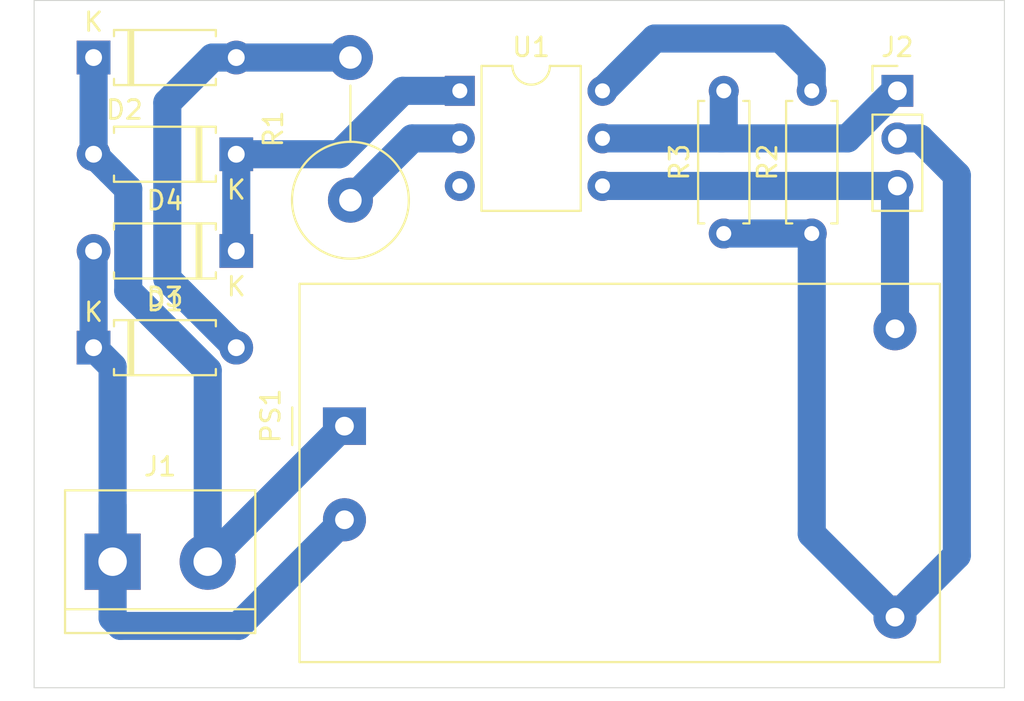
<source format=kicad_pcb>
(kicad_pcb (version 20171130) (host pcbnew 5.1.5+dfsg1-2build2)

  (general
    (thickness 1.6)
    (drawings 4)
    (tracks 47)
    (zones 0)
    (modules 11)
    (nets 11)
  )

  (page A4)
  (layers
    (0 F.Cu signal)
    (31 B.Cu signal)
    (32 B.Adhes user)
    (33 F.Adhes user)
    (34 B.Paste user)
    (35 F.Paste user)
    (36 B.SilkS user)
    (37 F.SilkS user)
    (38 B.Mask user)
    (39 F.Mask user)
    (40 Dwgs.User user)
    (41 Cmts.User user)
    (42 Eco1.User user)
    (43 Eco2.User user)
    (44 Edge.Cuts user)
    (45 Margin user)
    (46 B.CrtYd user)
    (47 F.CrtYd user)
    (48 B.Fab user)
    (49 F.Fab user)
  )

  (setup
    (last_trace_width 1.5)
    (user_trace_width 1.5)
    (trace_clearance 0.2)
    (zone_clearance 0.508)
    (zone_45_only no)
    (trace_min 0.2)
    (via_size 0.8)
    (via_drill 0.4)
    (via_min_size 0.4)
    (via_min_drill 0.3)
    (uvia_size 0.3)
    (uvia_drill 0.1)
    (uvias_allowed no)
    (uvia_min_size 0.2)
    (uvia_min_drill 0.1)
    (edge_width 0.05)
    (segment_width 0.2)
    (pcb_text_width 0.3)
    (pcb_text_size 1.5 1.5)
    (mod_edge_width 0.12)
    (mod_text_size 1 1)
    (mod_text_width 0.15)
    (pad_size 1.524 1.524)
    (pad_drill 0.762)
    (pad_to_mask_clearance 0.051)
    (solder_mask_min_width 0.25)
    (aux_axis_origin 0 0)
    (visible_elements FFFFFF7F)
    (pcbplotparams
      (layerselection 0x010fc_ffffffff)
      (usegerberextensions false)
      (usegerberattributes false)
      (usegerberadvancedattributes false)
      (creategerberjobfile false)
      (excludeedgelayer true)
      (linewidth 0.100000)
      (plotframeref false)
      (viasonmask false)
      (mode 1)
      (useauxorigin false)
      (hpglpennumber 1)
      (hpglpenspeed 20)
      (hpglpendiameter 15.000000)
      (psnegative false)
      (psa4output false)
      (plotreference true)
      (plotvalue true)
      (plotinvisibletext false)
      (padsonsilk false)
      (subtractmaskfromsilk false)
      (outputformat 1)
      (mirror false)
      (drillshape 1)
      (scaleselection 1)
      (outputdirectory ""))
  )

  (net 0 "")
  (net 1 "Net-(D1-Pad2)")
  (net 2 "Net-(D1-Pad1)")
  (net 3 "Net-(D2-Pad1)")
  (net 4 "Net-(D3-Pad1)")
  (net 5 GND)
  (net 6 Sense)
  (net 7 +3V3)
  (net 8 "Net-(R1-Pad1)")
  (net 9 "Net-(R2-Pad2)")
  (net 10 "Net-(U1-Pad3)")

  (net_class Default "This is the default net class."
    (clearance 0.2)
    (trace_width 0.25)
    (via_dia 0.8)
    (via_drill 0.4)
    (uvia_dia 0.3)
    (uvia_drill 0.1)
    (add_net +3V3)
    (add_net GND)
    (add_net "Net-(D1-Pad1)")
    (add_net "Net-(D1-Pad2)")
    (add_net "Net-(D2-Pad1)")
    (add_net "Net-(D3-Pad1)")
    (add_net "Net-(R1-Pad1)")
    (add_net "Net-(R2-Pad2)")
    (add_net "Net-(U1-Pad3)")
    (add_net Sense)
  )

  (module Resistor_THT:R_Axial_DIN0617_L17.0mm_D6.0mm_P7.62mm_Vertical (layer F.Cu) (tedit 5AE5139B) (tstamp 61059F2C)
    (at 133.35 96.012 90)
    (descr "Resistor, Axial_DIN0617 series, Axial, Vertical, pin pitch=7.62mm, 2W, length*diameter=17*6mm^2, http://www.vishay.com/docs/20128/wkxwrx.pdf")
    (tags "Resistor Axial_DIN0617 series Axial Vertical pin pitch 7.62mm 2W length 17mm diameter 6mm")
    (path /610617CD)
    (fp_text reference R1 (at 3.81 -4.12 90) (layer F.SilkS)
      (effects (font (size 1 1) (thickness 0.15)))
    )
    (fp_text value 15K (at 3.81 4.12 90) (layer F.Fab)
      (effects (font (size 1 1) (thickness 0.15)))
    )
    (fp_text user %R (at 0 -1.7 90) (layer F.Fab)
      (effects (font (size 1 1) (thickness 0.15)))
    )
    (fp_line (start 9.07 -3.25) (end -3.25 -3.25) (layer F.CrtYd) (width 0.05))
    (fp_line (start 9.07 3.25) (end 9.07 -3.25) (layer F.CrtYd) (width 0.05))
    (fp_line (start -3.25 3.25) (end 9.07 3.25) (layer F.CrtYd) (width 0.05))
    (fp_line (start -3.25 -3.25) (end -3.25 3.25) (layer F.CrtYd) (width 0.05))
    (fp_line (start 3.12 0) (end 6.12 0) (layer F.SilkS) (width 0.12))
    (fp_line (start 0 0) (end 7.62 0) (layer F.Fab) (width 0.1))
    (fp_circle (center 0 0) (end 3.12 0) (layer F.SilkS) (width 0.12))
    (fp_circle (center 0 0) (end 3 0) (layer F.Fab) (width 0.1))
    (pad 2 thru_hole oval (at 7.62 0 90) (size 2.4 2.4) (drill 1.2) (layers *.Cu *.Mask)
      (net 1 "Net-(D1-Pad2)"))
    (pad 1 thru_hole circle (at 0 0 90) (size 2.4 2.4) (drill 1.2) (layers *.Cu *.Mask)
      (net 8 "Net-(R1-Pad1)"))
    (model ${KISYS3DMOD}/Resistor_THT.3dshapes/R_Axial_DIN0617_L17.0mm_D6.0mm_P7.62mm_Vertical.wrl
      (at (xyz 0 0 0))
      (scale (xyz 1 1 1))
      (rotate (xyz 0 0 0))
    )
  )

  (module Converter_ACDC:Converter_ACDC_HiLink_HLK-PMxx (layer F.Cu) (tedit 5C1AC1CD) (tstamp 6105BAC8)
    (at 133.033 108.077)
    (descr "ACDC-Converter, 3W, HiLink, HLK-PMxx, THT, http://www.hlktech.net/product_detail.php?ProId=54")
    (tags "ACDC-Converter 3W THT HiLink board mount module")
    (path /6105BF99)
    (fp_text reference PS1 (at -3.94 -0.55 90) (layer F.SilkS)
      (effects (font (size 1 1) (thickness 0.15)))
    )
    (fp_text value HLK-PM03 (at 15.79 13.85) (layer F.Fab)
      (effects (font (size 1 1) (thickness 0.15)))
    )
    (fp_line (start -2.79 -1) (end -2.79 1.01) (layer F.SilkS) (width 0.12))
    (fp_line (start 31.8 -7.6) (end -2.4 -7.6) (layer F.SilkS) (width 0.12))
    (fp_line (start 31.8 12.6) (end 31.8 -7.6) (layer F.SilkS) (width 0.12))
    (fp_line (start -2.4 12.6) (end 31.8 12.6) (layer F.SilkS) (width 0.12))
    (fp_line (start -2.4 -7.6) (end -2.4 12.6) (layer F.SilkS) (width 0.12))
    (fp_line (start -2.55 -7.75) (end -2.55 12.75) (layer F.CrtYd) (width 0.05))
    (fp_line (start 31.95 -7.75) (end -2.55 -7.75) (layer F.CrtYd) (width 0.05))
    (fp_line (start 31.95 12.75) (end 31.95 -7.75) (layer F.CrtYd) (width 0.05))
    (fp_line (start -2.55 12.75) (end 31.95 12.75) (layer F.CrtYd) (width 0.05))
    (fp_line (start -2.3 -1) (end -2.3 -7.5) (layer F.Fab) (width 0.1))
    (fp_line (start -2.29 -1) (end -1.29 0) (layer F.Fab) (width 0.1))
    (fp_line (start -1.29 0) (end -2.29 1) (layer F.Fab) (width 0.1))
    (fp_text user %R (at 14.68 1.17) (layer F.Fab)
      (effects (font (size 1 1) (thickness 0.15)))
    )
    (fp_line (start -2.3 -7.5) (end 31.7 -7.5) (layer F.Fab) (width 0.1))
    (fp_line (start -2.3 12.5) (end -2.3 0.99) (layer F.Fab) (width 0.1))
    (fp_line (start 31.7 12.5) (end 31.7 -7.5) (layer F.Fab) (width 0.1))
    (fp_line (start -2.3 12.5) (end 31.7 12.5) (layer F.Fab) (width 0.1))
    (pad 4 thru_hole circle (at 29.4 10.2) (size 2.3 2.3) (drill 1) (layers *.Cu *.Mask)
      (net 7 +3V3))
    (pad 2 thru_hole circle (at 0 5) (size 2.3 2.3) (drill 1) (layers *.Cu *.Mask)
      (net 2 "Net-(D1-Pad1)"))
    (pad 1 thru_hole rect (at 0 0) (size 2.3 2) (drill 1) (layers *.Cu *.Mask)
      (net 3 "Net-(D2-Pad1)"))
    (pad 3 thru_hole circle (at 29.4 -5.2) (size 2.3 2.3) (drill 1) (layers *.Cu *.Mask)
      (net 5 GND))
    (model ${KISYS3DMOD}/Converter_ACDC.3dshapes/Converter_ACDC_HiLink_HLK-PMxx.wrl
      (at (xyz 0 0 0))
      (scale (xyz 1 1 1))
      (rotate (xyz 0 0 0))
    )
  )

  (module Package_DIP:DIP-6_W7.62mm (layer F.Cu) (tedit 5A02E8C5) (tstamp 61059F74)
    (at 139.192 90.17)
    (descr "6-lead though-hole mounted DIP package, row spacing 7.62 mm (300 mils)")
    (tags "THT DIP DIL PDIP 2.54mm 7.62mm 300mil")
    (path /6105F3B6)
    (fp_text reference U1 (at 3.81 -2.33) (layer F.SilkS)
      (effects (font (size 1 1) (thickness 0.15)))
    )
    (fp_text value 4N25 (at 3.81 7.41) (layer F.Fab)
      (effects (font (size 1 1) (thickness 0.15)))
    )
    (fp_text user %R (at 3.81 2.54) (layer F.Fab)
      (effects (font (size 1 1) (thickness 0.15)))
    )
    (fp_line (start 8.7 -1.55) (end -1.1 -1.55) (layer F.CrtYd) (width 0.05))
    (fp_line (start 8.7 6.6) (end 8.7 -1.55) (layer F.CrtYd) (width 0.05))
    (fp_line (start -1.1 6.6) (end 8.7 6.6) (layer F.CrtYd) (width 0.05))
    (fp_line (start -1.1 -1.55) (end -1.1 6.6) (layer F.CrtYd) (width 0.05))
    (fp_line (start 6.46 -1.33) (end 4.81 -1.33) (layer F.SilkS) (width 0.12))
    (fp_line (start 6.46 6.41) (end 6.46 -1.33) (layer F.SilkS) (width 0.12))
    (fp_line (start 1.16 6.41) (end 6.46 6.41) (layer F.SilkS) (width 0.12))
    (fp_line (start 1.16 -1.33) (end 1.16 6.41) (layer F.SilkS) (width 0.12))
    (fp_line (start 2.81 -1.33) (end 1.16 -1.33) (layer F.SilkS) (width 0.12))
    (fp_line (start 0.635 -0.27) (end 1.635 -1.27) (layer F.Fab) (width 0.1))
    (fp_line (start 0.635 6.35) (end 0.635 -0.27) (layer F.Fab) (width 0.1))
    (fp_line (start 6.985 6.35) (end 0.635 6.35) (layer F.Fab) (width 0.1))
    (fp_line (start 6.985 -1.27) (end 6.985 6.35) (layer F.Fab) (width 0.1))
    (fp_line (start 1.635 -1.27) (end 6.985 -1.27) (layer F.Fab) (width 0.1))
    (fp_arc (start 3.81 -1.33) (end 2.81 -1.33) (angle -180) (layer F.SilkS) (width 0.12))
    (pad 6 thru_hole oval (at 7.62 0) (size 1.6 1.6) (drill 0.8) (layers *.Cu *.Mask)
      (net 9 "Net-(R2-Pad2)"))
    (pad 3 thru_hole oval (at 0 5.08) (size 1.6 1.6) (drill 0.8) (layers *.Cu *.Mask)
      (net 10 "Net-(U1-Pad3)"))
    (pad 5 thru_hole oval (at 7.62 2.54) (size 1.6 1.6) (drill 0.8) (layers *.Cu *.Mask)
      (net 6 Sense))
    (pad 2 thru_hole oval (at 0 2.54) (size 1.6 1.6) (drill 0.8) (layers *.Cu *.Mask)
      (net 8 "Net-(R1-Pad1)"))
    (pad 4 thru_hole oval (at 7.62 5.08) (size 1.6 1.6) (drill 0.8) (layers *.Cu *.Mask)
      (net 5 GND))
    (pad 1 thru_hole rect (at 0 0) (size 1.6 1.6) (drill 0.8) (layers *.Cu *.Mask)
      (net 4 "Net-(D3-Pad1)"))
    (model ${KISYS3DMOD}/Package_DIP.3dshapes/DIP-6_W7.62mm.wrl
      (at (xyz 0 0 0))
      (scale (xyz 1 1 1))
      (rotate (xyz 0 0 0))
    )
  )

  (module Resistor_THT:R_Axial_DIN0207_L6.3mm_D2.5mm_P7.62mm_Horizontal (layer F.Cu) (tedit 5AE5139B) (tstamp 61059F5A)
    (at 153.289 97.79 90)
    (descr "Resistor, Axial_DIN0207 series, Axial, Horizontal, pin pitch=7.62mm, 0.25W = 1/4W, length*diameter=6.3*2.5mm^2, http://cdn-reichelt.de/documents/datenblatt/B400/1_4W%23YAG.pdf")
    (tags "Resistor Axial_DIN0207 series Axial Horizontal pin pitch 7.62mm 0.25W = 1/4W length 6.3mm diameter 2.5mm")
    (path /6107A2D6)
    (fp_text reference R3 (at 3.81 -2.37 90) (layer F.SilkS)
      (effects (font (size 1 1) (thickness 0.15)))
    )
    (fp_text value R (at 3.81 2.37 90) (layer F.Fab)
      (effects (font (size 1 1) (thickness 0.15)))
    )
    (fp_text user %R (at 3.81 0 90) (layer F.Fab)
      (effects (font (size 1 1) (thickness 0.15)))
    )
    (fp_line (start 8.67 -1.5) (end -1.05 -1.5) (layer F.CrtYd) (width 0.05))
    (fp_line (start 8.67 1.5) (end 8.67 -1.5) (layer F.CrtYd) (width 0.05))
    (fp_line (start -1.05 1.5) (end 8.67 1.5) (layer F.CrtYd) (width 0.05))
    (fp_line (start -1.05 -1.5) (end -1.05 1.5) (layer F.CrtYd) (width 0.05))
    (fp_line (start 7.08 1.37) (end 7.08 1.04) (layer F.SilkS) (width 0.12))
    (fp_line (start 0.54 1.37) (end 7.08 1.37) (layer F.SilkS) (width 0.12))
    (fp_line (start 0.54 1.04) (end 0.54 1.37) (layer F.SilkS) (width 0.12))
    (fp_line (start 7.08 -1.37) (end 7.08 -1.04) (layer F.SilkS) (width 0.12))
    (fp_line (start 0.54 -1.37) (end 7.08 -1.37) (layer F.SilkS) (width 0.12))
    (fp_line (start 0.54 -1.04) (end 0.54 -1.37) (layer F.SilkS) (width 0.12))
    (fp_line (start 7.62 0) (end 6.96 0) (layer F.Fab) (width 0.1))
    (fp_line (start 0 0) (end 0.66 0) (layer F.Fab) (width 0.1))
    (fp_line (start 6.96 -1.25) (end 0.66 -1.25) (layer F.Fab) (width 0.1))
    (fp_line (start 6.96 1.25) (end 6.96 -1.25) (layer F.Fab) (width 0.1))
    (fp_line (start 0.66 1.25) (end 6.96 1.25) (layer F.Fab) (width 0.1))
    (fp_line (start 0.66 -1.25) (end 0.66 1.25) (layer F.Fab) (width 0.1))
    (pad 2 thru_hole oval (at 7.62 0 90) (size 1.6 1.6) (drill 0.8) (layers *.Cu *.Mask)
      (net 6 Sense))
    (pad 1 thru_hole circle (at 0 0 90) (size 1.6 1.6) (drill 0.8) (layers *.Cu *.Mask)
      (net 7 +3V3))
    (model ${KISYS3DMOD}/Resistor_THT.3dshapes/R_Axial_DIN0207_L6.3mm_D2.5mm_P7.62mm_Horizontal.wrl
      (at (xyz 0 0 0))
      (scale (xyz 1 1 1))
      (rotate (xyz 0 0 0))
    )
  )

  (module Resistor_THT:R_Axial_DIN0207_L6.3mm_D2.5mm_P7.62mm_Horizontal (layer F.Cu) (tedit 5AE5139B) (tstamp 61059F43)
    (at 157.988 97.79 90)
    (descr "Resistor, Axial_DIN0207 series, Axial, Horizontal, pin pitch=7.62mm, 0.25W = 1/4W, length*diameter=6.3*2.5mm^2, http://cdn-reichelt.de/documents/datenblatt/B400/1_4W%23YAG.pdf")
    (tags "Resistor Axial_DIN0207 series Axial Horizontal pin pitch 7.62mm 0.25W = 1/4W length 6.3mm diameter 2.5mm")
    (path /610762EC)
    (fp_text reference R2 (at 3.81 -2.37 270) (layer F.SilkS)
      (effects (font (size 1 1) (thickness 0.15)))
    )
    (fp_text value R (at 3.81 2.37 270) (layer F.Fab)
      (effects (font (size 1 1) (thickness 0.15)))
    )
    (fp_text user %R (at 3.81 0 270) (layer F.Fab)
      (effects (font (size 1 1) (thickness 0.15)))
    )
    (fp_line (start 8.67 -1.5) (end -1.05 -1.5) (layer F.CrtYd) (width 0.05))
    (fp_line (start 8.67 1.5) (end 8.67 -1.5) (layer F.CrtYd) (width 0.05))
    (fp_line (start -1.05 1.5) (end 8.67 1.5) (layer F.CrtYd) (width 0.05))
    (fp_line (start -1.05 -1.5) (end -1.05 1.5) (layer F.CrtYd) (width 0.05))
    (fp_line (start 7.08 1.37) (end 7.08 1.04) (layer F.SilkS) (width 0.12))
    (fp_line (start 0.54 1.37) (end 7.08 1.37) (layer F.SilkS) (width 0.12))
    (fp_line (start 0.54 1.04) (end 0.54 1.37) (layer F.SilkS) (width 0.12))
    (fp_line (start 7.08 -1.37) (end 7.08 -1.04) (layer F.SilkS) (width 0.12))
    (fp_line (start 0.54 -1.37) (end 7.08 -1.37) (layer F.SilkS) (width 0.12))
    (fp_line (start 0.54 -1.04) (end 0.54 -1.37) (layer F.SilkS) (width 0.12))
    (fp_line (start 7.62 0) (end 6.96 0) (layer F.Fab) (width 0.1))
    (fp_line (start 0 0) (end 0.66 0) (layer F.Fab) (width 0.1))
    (fp_line (start 6.96 -1.25) (end 0.66 -1.25) (layer F.Fab) (width 0.1))
    (fp_line (start 6.96 1.25) (end 6.96 -1.25) (layer F.Fab) (width 0.1))
    (fp_line (start 0.66 1.25) (end 6.96 1.25) (layer F.Fab) (width 0.1))
    (fp_line (start 0.66 -1.25) (end 0.66 1.25) (layer F.Fab) (width 0.1))
    (pad 2 thru_hole oval (at 7.62 0 90) (size 1.6 1.6) (drill 0.8) (layers *.Cu *.Mask)
      (net 9 "Net-(R2-Pad2)"))
    (pad 1 thru_hole circle (at 0 0 90) (size 1.6 1.6) (drill 0.8) (layers *.Cu *.Mask)
      (net 7 +3V3))
    (model ${KISYS3DMOD}/Resistor_THT.3dshapes/R_Axial_DIN0207_L6.3mm_D2.5mm_P7.62mm_Horizontal.wrl
      (at (xyz 0 0 0))
      (scale (xyz 1 1 1))
      (rotate (xyz 0 0 0))
    )
  )

  (module Connector_PinHeader_2.54mm:PinHeader_1x03_P2.54mm_Vertical (layer F.Cu) (tedit 59FED5CC) (tstamp 61059F1D)
    (at 162.56 90.17)
    (descr "Through hole straight pin header, 1x03, 2.54mm pitch, single row")
    (tags "Through hole pin header THT 1x03 2.54mm single row")
    (path /6107A8EB)
    (fp_text reference J2 (at 0 -2.33) (layer F.SilkS)
      (effects (font (size 1 1) (thickness 0.15)))
    )
    (fp_text value Conn_01x03_Male (at 0 7.41) (layer F.Fab)
      (effects (font (size 1 1) (thickness 0.15)))
    )
    (fp_text user %R (at 0 2.54 90) (layer F.Fab)
      (effects (font (size 1 1) (thickness 0.15)))
    )
    (fp_line (start 1.8 -1.8) (end -1.8 -1.8) (layer F.CrtYd) (width 0.05))
    (fp_line (start 1.8 6.85) (end 1.8 -1.8) (layer F.CrtYd) (width 0.05))
    (fp_line (start -1.8 6.85) (end 1.8 6.85) (layer F.CrtYd) (width 0.05))
    (fp_line (start -1.8 -1.8) (end -1.8 6.85) (layer F.CrtYd) (width 0.05))
    (fp_line (start -1.33 -1.33) (end 0 -1.33) (layer F.SilkS) (width 0.12))
    (fp_line (start -1.33 0) (end -1.33 -1.33) (layer F.SilkS) (width 0.12))
    (fp_line (start -1.33 1.27) (end 1.33 1.27) (layer F.SilkS) (width 0.12))
    (fp_line (start 1.33 1.27) (end 1.33 6.41) (layer F.SilkS) (width 0.12))
    (fp_line (start -1.33 1.27) (end -1.33 6.41) (layer F.SilkS) (width 0.12))
    (fp_line (start -1.33 6.41) (end 1.33 6.41) (layer F.SilkS) (width 0.12))
    (fp_line (start -1.27 -0.635) (end -0.635 -1.27) (layer F.Fab) (width 0.1))
    (fp_line (start -1.27 6.35) (end -1.27 -0.635) (layer F.Fab) (width 0.1))
    (fp_line (start 1.27 6.35) (end -1.27 6.35) (layer F.Fab) (width 0.1))
    (fp_line (start 1.27 -1.27) (end 1.27 6.35) (layer F.Fab) (width 0.1))
    (fp_line (start -0.635 -1.27) (end 1.27 -1.27) (layer F.Fab) (width 0.1))
    (pad 3 thru_hole oval (at 0 5.08) (size 1.7 1.7) (drill 1) (layers *.Cu *.Mask)
      (net 5 GND))
    (pad 2 thru_hole oval (at 0 2.54) (size 1.7 1.7) (drill 1) (layers *.Cu *.Mask)
      (net 7 +3V3))
    (pad 1 thru_hole rect (at 0 0) (size 1.7 1.7) (drill 1) (layers *.Cu *.Mask)
      (net 6 Sense))
    (model ${KISYS3DMOD}/Connector_PinHeader_2.54mm.3dshapes/PinHeader_1x03_P2.54mm_Vertical.wrl
      (at (xyz 0 0 0))
      (scale (xyz 1 1 1))
      (rotate (xyz 0 0 0))
    )
  )

  (module TerminalBlock:TerminalBlock_bornier-2_P5.08mm (layer F.Cu) (tedit 59FF03AB) (tstamp 61059F06)
    (at 120.65 115.316)
    (descr "simple 2-pin terminal block, pitch 5.08mm, revamped version of bornier2")
    (tags "terminal block bornier2")
    (path /61060063)
    (fp_text reference J1 (at 2.54 -5.08) (layer F.SilkS)
      (effects (font (size 1 1) (thickness 0.15)))
    )
    (fp_text value Screw_Terminal_01x02 (at 2.54 5.08) (layer F.Fab)
      (effects (font (size 1 1) (thickness 0.15)))
    )
    (fp_line (start 7.79 4) (end -2.71 4) (layer F.CrtYd) (width 0.05))
    (fp_line (start 7.79 4) (end 7.79 -4) (layer F.CrtYd) (width 0.05))
    (fp_line (start -2.71 -4) (end -2.71 4) (layer F.CrtYd) (width 0.05))
    (fp_line (start -2.71 -4) (end 7.79 -4) (layer F.CrtYd) (width 0.05))
    (fp_line (start -2.54 3.81) (end 7.62 3.81) (layer F.SilkS) (width 0.12))
    (fp_line (start -2.54 -3.81) (end -2.54 3.81) (layer F.SilkS) (width 0.12))
    (fp_line (start 7.62 -3.81) (end -2.54 -3.81) (layer F.SilkS) (width 0.12))
    (fp_line (start 7.62 3.81) (end 7.62 -3.81) (layer F.SilkS) (width 0.12))
    (fp_line (start 7.62 2.54) (end -2.54 2.54) (layer F.SilkS) (width 0.12))
    (fp_line (start 7.54 -3.75) (end -2.46 -3.75) (layer F.Fab) (width 0.1))
    (fp_line (start 7.54 3.75) (end 7.54 -3.75) (layer F.Fab) (width 0.1))
    (fp_line (start -2.46 3.75) (end 7.54 3.75) (layer F.Fab) (width 0.1))
    (fp_line (start -2.46 -3.75) (end -2.46 3.75) (layer F.Fab) (width 0.1))
    (fp_line (start -2.41 2.55) (end 7.49 2.55) (layer F.Fab) (width 0.1))
    (fp_text user %R (at 2.54 0) (layer F.Fab)
      (effects (font (size 1 1) (thickness 0.15)))
    )
    (pad 2 thru_hole circle (at 5.08 0) (size 3 3) (drill 1.52) (layers *.Cu *.Mask)
      (net 3 "Net-(D2-Pad1)"))
    (pad 1 thru_hole rect (at 0 0) (size 3 3) (drill 1.52) (layers *.Cu *.Mask)
      (net 2 "Net-(D1-Pad1)"))
    (model ${KISYS3DMOD}/TerminalBlock.3dshapes/TerminalBlock_bornier-2_P5.08mm.wrl
      (offset (xyz 2.539999961853027 0 0))
      (scale (xyz 1 1 1))
      (rotate (xyz 0 0 0))
    )
  )

  (module Diode_THT:D_A-405_P7.62mm_Horizontal (layer F.Cu) (tedit 5AE50CD5) (tstamp 61059EF1)
    (at 127.254 93.556666 180)
    (descr "Diode, A-405 series, Axial, Horizontal, pin pitch=7.62mm, , length*diameter=5.2*2.7mm^2, , http://www.diodes.com/_files/packages/A-405.pdf")
    (tags "Diode A-405 series Axial Horizontal pin pitch 7.62mm  length 5.2mm diameter 2.7mm")
    (path /61068B0B)
    (fp_text reference D4 (at 3.81 -2.47) (layer F.SilkS)
      (effects (font (size 1 1) (thickness 0.15)))
    )
    (fp_text value D_ALT (at 3.81 2.47) (layer F.Fab)
      (effects (font (size 1 1) (thickness 0.15)))
    )
    (fp_text user K (at 0 -1.9) (layer F.SilkS)
      (effects (font (size 1 1) (thickness 0.15)))
    )
    (fp_text user K (at 0 -1.9) (layer F.Fab)
      (effects (font (size 1 1) (thickness 0.15)))
    )
    (fp_text user %R (at 4.2 0) (layer F.Fab)
      (effects (font (size 1 1) (thickness 0.15)))
    )
    (fp_line (start 8.77 -1.6) (end -1.15 -1.6) (layer F.CrtYd) (width 0.05))
    (fp_line (start 8.77 1.6) (end 8.77 -1.6) (layer F.CrtYd) (width 0.05))
    (fp_line (start -1.15 1.6) (end 8.77 1.6) (layer F.CrtYd) (width 0.05))
    (fp_line (start -1.15 -1.6) (end -1.15 1.6) (layer F.CrtYd) (width 0.05))
    (fp_line (start 1.87 -1.47) (end 1.87 1.47) (layer F.SilkS) (width 0.12))
    (fp_line (start 2.11 -1.47) (end 2.11 1.47) (layer F.SilkS) (width 0.12))
    (fp_line (start 1.99 -1.47) (end 1.99 1.47) (layer F.SilkS) (width 0.12))
    (fp_line (start 6.53 1.47) (end 6.53 1.14) (layer F.SilkS) (width 0.12))
    (fp_line (start 1.09 1.47) (end 6.53 1.47) (layer F.SilkS) (width 0.12))
    (fp_line (start 1.09 1.14) (end 1.09 1.47) (layer F.SilkS) (width 0.12))
    (fp_line (start 6.53 -1.47) (end 6.53 -1.14) (layer F.SilkS) (width 0.12))
    (fp_line (start 1.09 -1.47) (end 6.53 -1.47) (layer F.SilkS) (width 0.12))
    (fp_line (start 1.09 -1.14) (end 1.09 -1.47) (layer F.SilkS) (width 0.12))
    (fp_line (start 1.89 -1.35) (end 1.89 1.35) (layer F.Fab) (width 0.1))
    (fp_line (start 2.09 -1.35) (end 2.09 1.35) (layer F.Fab) (width 0.1))
    (fp_line (start 1.99 -1.35) (end 1.99 1.35) (layer F.Fab) (width 0.1))
    (fp_line (start 7.62 0) (end 6.41 0) (layer F.Fab) (width 0.1))
    (fp_line (start 0 0) (end 1.21 0) (layer F.Fab) (width 0.1))
    (fp_line (start 6.41 -1.35) (end 1.21 -1.35) (layer F.Fab) (width 0.1))
    (fp_line (start 6.41 1.35) (end 6.41 -1.35) (layer F.Fab) (width 0.1))
    (fp_line (start 1.21 1.35) (end 6.41 1.35) (layer F.Fab) (width 0.1))
    (fp_line (start 1.21 -1.35) (end 1.21 1.35) (layer F.Fab) (width 0.1))
    (pad 2 thru_hole oval (at 7.62 0 180) (size 1.8 1.8) (drill 0.9) (layers *.Cu *.Mask)
      (net 3 "Net-(D2-Pad1)"))
    (pad 1 thru_hole rect (at 0 0 180) (size 1.8 1.8) (drill 0.9) (layers *.Cu *.Mask)
      (net 4 "Net-(D3-Pad1)"))
    (model ${KISYS3DMOD}/Diode_THT.3dshapes/D_A-405_P7.62mm_Horizontal.wrl
      (at (xyz 0 0 0))
      (scale (xyz 1 1 1))
      (rotate (xyz 0 0 0))
    )
  )

  (module Diode_THT:D_A-405_P7.62mm_Horizontal (layer F.Cu) (tedit 5AE50CD5) (tstamp 61059ED2)
    (at 127.254 98.721332 180)
    (descr "Diode, A-405 series, Axial, Horizontal, pin pitch=7.62mm, , length*diameter=5.2*2.7mm^2, , http://www.diodes.com/_files/packages/A-405.pdf")
    (tags "Diode A-405 series Axial Horizontal pin pitch 7.62mm  length 5.2mm diameter 2.7mm")
    (path /61068B05)
    (fp_text reference D3 (at 3.81 -2.47) (layer F.SilkS)
      (effects (font (size 1 1) (thickness 0.15)))
    )
    (fp_text value D_ALT (at 3.81 2.47) (layer F.Fab)
      (effects (font (size 1 1) (thickness 0.15)))
    )
    (fp_text user K (at 0 -1.9) (layer F.SilkS)
      (effects (font (size 1 1) (thickness 0.15)))
    )
    (fp_text user K (at 0 -1.9) (layer F.Fab)
      (effects (font (size 1 1) (thickness 0.15)))
    )
    (fp_text user %R (at 4.2 0) (layer F.Fab)
      (effects (font (size 1 1) (thickness 0.15)))
    )
    (fp_line (start 8.77 -1.6) (end -1.15 -1.6) (layer F.CrtYd) (width 0.05))
    (fp_line (start 8.77 1.6) (end 8.77 -1.6) (layer F.CrtYd) (width 0.05))
    (fp_line (start -1.15 1.6) (end 8.77 1.6) (layer F.CrtYd) (width 0.05))
    (fp_line (start -1.15 -1.6) (end -1.15 1.6) (layer F.CrtYd) (width 0.05))
    (fp_line (start 1.87 -1.47) (end 1.87 1.47) (layer F.SilkS) (width 0.12))
    (fp_line (start 2.11 -1.47) (end 2.11 1.47) (layer F.SilkS) (width 0.12))
    (fp_line (start 1.99 -1.47) (end 1.99 1.47) (layer F.SilkS) (width 0.12))
    (fp_line (start 6.53 1.47) (end 6.53 1.14) (layer F.SilkS) (width 0.12))
    (fp_line (start 1.09 1.47) (end 6.53 1.47) (layer F.SilkS) (width 0.12))
    (fp_line (start 1.09 1.14) (end 1.09 1.47) (layer F.SilkS) (width 0.12))
    (fp_line (start 6.53 -1.47) (end 6.53 -1.14) (layer F.SilkS) (width 0.12))
    (fp_line (start 1.09 -1.47) (end 6.53 -1.47) (layer F.SilkS) (width 0.12))
    (fp_line (start 1.09 -1.14) (end 1.09 -1.47) (layer F.SilkS) (width 0.12))
    (fp_line (start 1.89 -1.35) (end 1.89 1.35) (layer F.Fab) (width 0.1))
    (fp_line (start 2.09 -1.35) (end 2.09 1.35) (layer F.Fab) (width 0.1))
    (fp_line (start 1.99 -1.35) (end 1.99 1.35) (layer F.Fab) (width 0.1))
    (fp_line (start 7.62 0) (end 6.41 0) (layer F.Fab) (width 0.1))
    (fp_line (start 0 0) (end 1.21 0) (layer F.Fab) (width 0.1))
    (fp_line (start 6.41 -1.35) (end 1.21 -1.35) (layer F.Fab) (width 0.1))
    (fp_line (start 6.41 1.35) (end 6.41 -1.35) (layer F.Fab) (width 0.1))
    (fp_line (start 1.21 1.35) (end 6.41 1.35) (layer F.Fab) (width 0.1))
    (fp_line (start 1.21 -1.35) (end 1.21 1.35) (layer F.Fab) (width 0.1))
    (pad 2 thru_hole oval (at 7.62 0 180) (size 1.8 1.8) (drill 0.9) (layers *.Cu *.Mask)
      (net 2 "Net-(D1-Pad1)"))
    (pad 1 thru_hole rect (at 0 0 180) (size 1.8 1.8) (drill 0.9) (layers *.Cu *.Mask)
      (net 4 "Net-(D3-Pad1)"))
    (model ${KISYS3DMOD}/Diode_THT.3dshapes/D_A-405_P7.62mm_Horizontal.wrl
      (at (xyz 0 0 0))
      (scale (xyz 1 1 1))
      (rotate (xyz 0 0 0))
    )
  )

  (module Diode_THT:D_A-405_P7.62mm_Horizontal (layer F.Cu) (tedit 5AE50CD5) (tstamp 61059EB3)
    (at 119.634 88.392)
    (descr "Diode, A-405 series, Axial, Horizontal, pin pitch=7.62mm, , length*diameter=5.2*2.7mm^2, , http://www.diodes.com/_files/packages/A-405.pdf")
    (tags "Diode A-405 series Axial Horizontal pin pitch 7.62mm  length 5.2mm diameter 2.7mm")
    (path /61064BE7)
    (fp_text reference D2 (at 1.651 2.794) (layer F.SilkS)
      (effects (font (size 1 1) (thickness 0.15)))
    )
    (fp_text value D_ALT (at 3.81 2.47) (layer F.Fab)
      (effects (font (size 1 1) (thickness 0.15)))
    )
    (fp_text user K (at 0 -1.9) (layer F.SilkS)
      (effects (font (size 1 1) (thickness 0.15)))
    )
    (fp_text user K (at 0 -1.9) (layer F.Fab)
      (effects (font (size 1 1) (thickness 0.15)))
    )
    (fp_text user %R (at 4.2 0) (layer F.Fab)
      (effects (font (size 1 1) (thickness 0.15)))
    )
    (fp_line (start 8.77 -1.6) (end -1.15 -1.6) (layer F.CrtYd) (width 0.05))
    (fp_line (start 8.77 1.6) (end 8.77 -1.6) (layer F.CrtYd) (width 0.05))
    (fp_line (start -1.15 1.6) (end 8.77 1.6) (layer F.CrtYd) (width 0.05))
    (fp_line (start -1.15 -1.6) (end -1.15 1.6) (layer F.CrtYd) (width 0.05))
    (fp_line (start 1.87 -1.47) (end 1.87 1.47) (layer F.SilkS) (width 0.12))
    (fp_line (start 2.11 -1.47) (end 2.11 1.47) (layer F.SilkS) (width 0.12))
    (fp_line (start 1.99 -1.47) (end 1.99 1.47) (layer F.SilkS) (width 0.12))
    (fp_line (start 6.53 1.47) (end 6.53 1.14) (layer F.SilkS) (width 0.12))
    (fp_line (start 1.09 1.47) (end 6.53 1.47) (layer F.SilkS) (width 0.12))
    (fp_line (start 1.09 1.14) (end 1.09 1.47) (layer F.SilkS) (width 0.12))
    (fp_line (start 6.53 -1.47) (end 6.53 -1.14) (layer F.SilkS) (width 0.12))
    (fp_line (start 1.09 -1.47) (end 6.53 -1.47) (layer F.SilkS) (width 0.12))
    (fp_line (start 1.09 -1.14) (end 1.09 -1.47) (layer F.SilkS) (width 0.12))
    (fp_line (start 1.89 -1.35) (end 1.89 1.35) (layer F.Fab) (width 0.1))
    (fp_line (start 2.09 -1.35) (end 2.09 1.35) (layer F.Fab) (width 0.1))
    (fp_line (start 1.99 -1.35) (end 1.99 1.35) (layer F.Fab) (width 0.1))
    (fp_line (start 7.62 0) (end 6.41 0) (layer F.Fab) (width 0.1))
    (fp_line (start 0 0) (end 1.21 0) (layer F.Fab) (width 0.1))
    (fp_line (start 6.41 -1.35) (end 1.21 -1.35) (layer F.Fab) (width 0.1))
    (fp_line (start 6.41 1.35) (end 6.41 -1.35) (layer F.Fab) (width 0.1))
    (fp_line (start 1.21 1.35) (end 6.41 1.35) (layer F.Fab) (width 0.1))
    (fp_line (start 1.21 -1.35) (end 1.21 1.35) (layer F.Fab) (width 0.1))
    (pad 2 thru_hole oval (at 7.62 0) (size 1.8 1.8) (drill 0.9) (layers *.Cu *.Mask)
      (net 1 "Net-(D1-Pad2)"))
    (pad 1 thru_hole rect (at 0 0) (size 1.8 1.8) (drill 0.9) (layers *.Cu *.Mask)
      (net 3 "Net-(D2-Pad1)"))
    (model ${KISYS3DMOD}/Diode_THT.3dshapes/D_A-405_P7.62mm_Horizontal.wrl
      (at (xyz 0 0 0))
      (scale (xyz 1 1 1))
      (rotate (xyz 0 0 0))
    )
  )

  (module Diode_THT:D_A-405_P7.62mm_Horizontal (layer F.Cu) (tedit 5AE50CD5) (tstamp 61059E94)
    (at 119.634 103.886)
    (descr "Diode, A-405 series, Axial, Horizontal, pin pitch=7.62mm, , length*diameter=5.2*2.7mm^2, , http://www.diodes.com/_files/packages/A-405.pdf")
    (tags "Diode A-405 series Axial Horizontal pin pitch 7.62mm  length 5.2mm diameter 2.7mm")
    (path /610645B9)
    (fp_text reference D1 (at 3.81 -2.47) (layer F.SilkS)
      (effects (font (size 1 1) (thickness 0.15)))
    )
    (fp_text value D_ALT (at 3.81 2.47) (layer F.Fab)
      (effects (font (size 1 1) (thickness 0.15)))
    )
    (fp_text user K (at 0 -1.9) (layer F.SilkS)
      (effects (font (size 1 1) (thickness 0.15)))
    )
    (fp_text user K (at 0 -1.9) (layer F.Fab)
      (effects (font (size 1 1) (thickness 0.15)))
    )
    (fp_text user %R (at 4.2 0) (layer F.Fab)
      (effects (font (size 1 1) (thickness 0.15)))
    )
    (fp_line (start 8.77 -1.6) (end -1.15 -1.6) (layer F.CrtYd) (width 0.05))
    (fp_line (start 8.77 1.6) (end 8.77 -1.6) (layer F.CrtYd) (width 0.05))
    (fp_line (start -1.15 1.6) (end 8.77 1.6) (layer F.CrtYd) (width 0.05))
    (fp_line (start -1.15 -1.6) (end -1.15 1.6) (layer F.CrtYd) (width 0.05))
    (fp_line (start 1.87 -1.47) (end 1.87 1.47) (layer F.SilkS) (width 0.12))
    (fp_line (start 2.11 -1.47) (end 2.11 1.47) (layer F.SilkS) (width 0.12))
    (fp_line (start 1.99 -1.47) (end 1.99 1.47) (layer F.SilkS) (width 0.12))
    (fp_line (start 6.53 1.47) (end 6.53 1.14) (layer F.SilkS) (width 0.12))
    (fp_line (start 1.09 1.47) (end 6.53 1.47) (layer F.SilkS) (width 0.12))
    (fp_line (start 1.09 1.14) (end 1.09 1.47) (layer F.SilkS) (width 0.12))
    (fp_line (start 6.53 -1.47) (end 6.53 -1.14) (layer F.SilkS) (width 0.12))
    (fp_line (start 1.09 -1.47) (end 6.53 -1.47) (layer F.SilkS) (width 0.12))
    (fp_line (start 1.09 -1.14) (end 1.09 -1.47) (layer F.SilkS) (width 0.12))
    (fp_line (start 1.89 -1.35) (end 1.89 1.35) (layer F.Fab) (width 0.1))
    (fp_line (start 2.09 -1.35) (end 2.09 1.35) (layer F.Fab) (width 0.1))
    (fp_line (start 1.99 -1.35) (end 1.99 1.35) (layer F.Fab) (width 0.1))
    (fp_line (start 7.62 0) (end 6.41 0) (layer F.Fab) (width 0.1))
    (fp_line (start 0 0) (end 1.21 0) (layer F.Fab) (width 0.1))
    (fp_line (start 6.41 -1.35) (end 1.21 -1.35) (layer F.Fab) (width 0.1))
    (fp_line (start 6.41 1.35) (end 6.41 -1.35) (layer F.Fab) (width 0.1))
    (fp_line (start 1.21 1.35) (end 6.41 1.35) (layer F.Fab) (width 0.1))
    (fp_line (start 1.21 -1.35) (end 1.21 1.35) (layer F.Fab) (width 0.1))
    (pad 2 thru_hole oval (at 7.62 0) (size 1.8 1.8) (drill 0.9) (layers *.Cu *.Mask)
      (net 1 "Net-(D1-Pad2)"))
    (pad 1 thru_hole rect (at 0 0) (size 1.8 1.8) (drill 0.9) (layers *.Cu *.Mask)
      (net 2 "Net-(D1-Pad1)"))
    (model ${KISYS3DMOD}/Diode_THT.3dshapes/D_A-405_P7.62mm_Horizontal.wrl
      (at (xyz 0 0 0))
      (scale (xyz 1 1 1))
      (rotate (xyz 0 0 0))
    )
  )

  (gr_line (start 116.459 122.047) (end 168.275 122.047) (layer Edge.Cuts) (width 0.05) (tstamp 6105CBD2))
  (gr_line (start 116.459 85.344) (end 116.459 122.047) (layer Edge.Cuts) (width 0.05))
  (gr_line (start 168.275 85.344) (end 168.275 122.047) (layer Edge.Cuts) (width 0.05))
  (gr_line (start 116.459 85.344) (end 168.275 85.344) (layer Edge.Cuts) (width 0.05))

  (segment (start 125.981208 88.392) (end 123.571 90.802208) (width 1.5) (layer B.Cu) (net 1))
  (segment (start 127.254 88.392) (end 125.981208 88.392) (width 1.5) (layer B.Cu) (net 1))
  (segment (start 123.571 100.203) (end 127.254 103.886) (width 1.5) (layer B.Cu) (net 1))
  (segment (start 123.571 90.802208) (end 123.571 100.203) (width 1.5) (layer B.Cu) (net 1))
  (segment (start 133.35 88.392) (end 127.254 88.392) (width 1.5) (layer B.Cu) (net 1))
  (segment (start 119.634 98.721332) (end 119.634 103.886) (width 1.5) (layer B.Cu) (net 2))
  (segment (start 120.65 104.902) (end 119.634 103.886) (width 1.5) (layer B.Cu) (net 2))
  (segment (start 120.65 115.316) (end 120.65 104.902) (width 1.5) (layer B.Cu) (net 2))
  (segment (start 120.65 115.316) (end 120.65 112.316) (width 1.5) (layer B.Cu) (net 2))
  (segment (start 120.65 118.316) (end 121.079 118.745) (width 1.5) (layer B.Cu) (net 2))
  (segment (start 120.65 115.316) (end 120.65 118.316) (width 1.5) (layer B.Cu) (net 2))
  (segment (start 127.365 118.745) (end 133.033 113.077) (width 1.5) (layer B.Cu) (net 2))
  (segment (start 121.079 118.745) (end 127.365 118.745) (width 1.5) (layer B.Cu) (net 2))
  (segment (start 119.634 93.556666) (end 119.634 88.392) (width 1.5) (layer B.Cu) (net 3))
  (segment (start 121.484001 95.406667) (end 120.533999 94.456665) (width 1.5) (layer B.Cu) (net 3))
  (segment (start 121.484001 100.854003) (end 121.484001 95.406667) (width 1.5) (layer B.Cu) (net 3))
  (segment (start 120.533999 94.456665) (end 119.634 93.556666) (width 1.5) (layer B.Cu) (net 3))
  (segment (start 125.73 105.100002) (end 125.73 115.316) (width 1.5) (layer B.Cu) (net 3))
  (segment (start 121.484001 100.854003) (end 125.73 105.100002) (width 1.5) (layer B.Cu) (net 3))
  (segment (start 132.969 108.077) (end 125.73 115.316) (width 1.5) (layer B.Cu) (net 3))
  (segment (start 133.033 108.077) (end 132.969 108.077) (width 1.5) (layer B.Cu) (net 3))
  (segment (start 127.254 93.556666) (end 127.254 98.721332) (width 1.5) (layer B.Cu) (net 4))
  (segment (start 139.192 90.17) (end 136.144 90.17) (width 1.5) (layer B.Cu) (net 4))
  (segment (start 132.757334 93.556666) (end 127.254 93.556666) (width 1.5) (layer B.Cu) (net 4))
  (segment (start 136.144 90.17) (end 132.757334 93.556666) (width 1.5) (layer B.Cu) (net 4))
  (segment (start 162.56 95.25) (end 146.812 95.25) (width 1.5) (layer B.Cu) (net 5))
  (segment (start 162.433 95.377) (end 162.56 95.25) (width 1.5) (layer B.Cu) (net 5))
  (segment (start 162.433 102.877) (end 162.433 95.377) (width 1.5) (layer B.Cu) (net 5))
  (segment (start 162.435998 90.17) (end 162.56 90.17) (width 1.5) (layer B.Cu) (net 6))
  (segment (start 159.895998 92.71) (end 162.435998 90.17) (width 1.5) (layer B.Cu) (net 6))
  (segment (start 153.162 92.71) (end 153.289 92.583) (width 1.5) (layer B.Cu) (net 6))
  (segment (start 146.812 92.71) (end 153.162 92.71) (width 1.5) (layer B.Cu) (net 6))
  (segment (start 153.289 92.583) (end 153.289 90.17) (width 1.5) (layer B.Cu) (net 6))
  (segment (start 153.162 92.71) (end 159.895998 92.71) (width 1.5) (layer B.Cu) (net 6))
  (segment (start 157.988 113.832) (end 162.433 118.277) (width 1.5) (layer B.Cu) (net 7))
  (segment (start 157.988 97.79) (end 153.289 97.79) (width 1.5) (layer B.Cu) (net 7))
  (segment (start 163.762081 92.71) (end 165.735 94.682919) (width 1.5) (layer B.Cu) (net 7))
  (segment (start 162.56 92.71) (end 163.762081 92.71) (width 1.5) (layer B.Cu) (net 7))
  (segment (start 165.735 114.975) (end 162.433 118.277) (width 1.5) (layer B.Cu) (net 7))
  (segment (start 165.735 94.682919) (end 165.735 114.975) (width 1.5) (layer B.Cu) (net 7))
  (segment (start 157.988 113.832) (end 157.988 97.79) (width 1.5) (layer B.Cu) (net 7))
  (segment (start 136.652 92.71) (end 133.35 96.012) (width 1.5) (layer B.Cu) (net 8))
  (segment (start 139.192 92.71) (end 136.652 92.71) (width 1.5) (layer B.Cu) (net 8))
  (segment (start 157.988 90.17) (end 157.988 89.03863) (width 1.5) (layer B.Cu) (net 9))
  (segment (start 157.988 89.03863) (end 156.32537 87.376) (width 1.5) (layer B.Cu) (net 9))
  (segment (start 149.606 87.376) (end 146.812 90.17) (width 1.5) (layer B.Cu) (net 9))
  (segment (start 156.32537 87.376) (end 149.606 87.376) (width 1.5) (layer B.Cu) (net 9))

)

</source>
